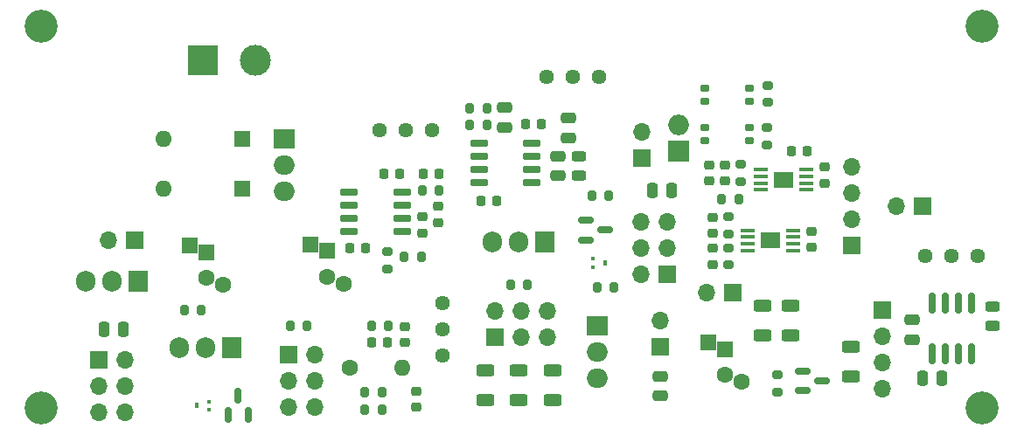
<source format=gts>
%TF.GenerationSoftware,KiCad,Pcbnew,7.0.5-7.0.5~ubuntu23.04.1*%
%TF.CreationDate,2023-07-09T19:19:44+02:00*%
%TF.ProjectId,omega-pico,6f6d6567-612d-4706-9963-6f2e6b696361,rev?*%
%TF.SameCoordinates,Original*%
%TF.FileFunction,Soldermask,Top*%
%TF.FilePolarity,Negative*%
%FSLAX46Y46*%
G04 Gerber Fmt 4.6, Leading zero omitted, Abs format (unit mm)*
G04 Created by KiCad (PCBNEW 7.0.5-7.0.5~ubuntu23.04.1) date 2023-07-09 19:19:44*
%MOMM*%
%LPD*%
G01*
G04 APERTURE LIST*
G04 Aperture macros list*
%AMRoundRect*
0 Rectangle with rounded corners*
0 $1 Rounding radius*
0 $2 $3 $4 $5 $6 $7 $8 $9 X,Y pos of 4 corners*
0 Add a 4 corners polygon primitive as box body*
4,1,4,$2,$3,$4,$5,$6,$7,$8,$9,$2,$3,0*
0 Add four circle primitives for the rounded corners*
1,1,$1+$1,$2,$3*
1,1,$1+$1,$4,$5*
1,1,$1+$1,$6,$7*
1,1,$1+$1,$8,$9*
0 Add four rect primitives between the rounded corners*
20,1,$1+$1,$2,$3,$4,$5,0*
20,1,$1+$1,$4,$5,$6,$7,0*
20,1,$1+$1,$6,$7,$8,$9,0*
20,1,$1+$1,$8,$9,$2,$3,0*%
G04 Aperture macros list end*
%ADD10C,3.200000*%
%ADD11RoundRect,0.250000X-0.625000X0.312500X-0.625000X-0.312500X0.625000X-0.312500X0.625000X0.312500X0*%
%ADD12C,1.440000*%
%ADD13R,1.400000X0.450000*%
%ADD14R,1.890000X1.570000*%
%ADD15O,1.700000X1.700000*%
%ADD16R,1.700000X1.700000*%
%ADD17R,2.000000X2.000000*%
%ADD18O,2.000000X2.000000*%
%ADD19RoundRect,0.250000X0.250000X0.475000X-0.250000X0.475000X-0.250000X-0.475000X0.250000X-0.475000X0*%
%ADD20RoundRect,0.225000X0.225000X0.250000X-0.225000X0.250000X-0.225000X-0.250000X0.225000X-0.250000X0*%
%ADD21R,2.000000X1.905000*%
%ADD22O,2.000000X1.905000*%
%ADD23RoundRect,0.150000X-0.587500X-0.150000X0.587500X-0.150000X0.587500X0.150000X-0.587500X0.150000X0*%
%ADD24RoundRect,0.200000X-0.200000X-0.275000X0.200000X-0.275000X0.200000X0.275000X-0.200000X0.275000X0*%
%ADD25R,3.000000X3.000000*%
%ADD26C,3.000000*%
%ADD27C,1.600000*%
%ADD28O,1.600000X1.600000*%
%ADD29RoundRect,0.200000X0.275000X-0.200000X0.275000X0.200000X-0.275000X0.200000X-0.275000X-0.200000X0*%
%ADD30RoundRect,0.150000X0.150000X-0.587500X0.150000X0.587500X-0.150000X0.587500X-0.150000X-0.587500X0*%
%ADD31RoundRect,0.225000X-0.250000X0.225000X-0.250000X-0.225000X0.250000X-0.225000X0.250000X0.225000X0*%
%ADD32RoundRect,0.243750X0.456250X-0.243750X0.456250X0.243750X-0.456250X0.243750X-0.456250X-0.243750X0*%
%ADD33RoundRect,0.150000X0.725000X0.150000X-0.725000X0.150000X-0.725000X-0.150000X0.725000X-0.150000X0*%
%ADD34RoundRect,0.225000X-0.225000X-0.250000X0.225000X-0.250000X0.225000X0.250000X-0.225000X0.250000X0*%
%ADD35R,1.600000X1.600000*%
%ADD36RoundRect,0.150000X-0.725000X-0.150000X0.725000X-0.150000X0.725000X0.150000X-0.725000X0.150000X0*%
%ADD37RoundRect,0.150000X0.150000X-0.825000X0.150000X0.825000X-0.150000X0.825000X-0.150000X-0.825000X0*%
%ADD38RoundRect,0.200000X0.200000X0.275000X-0.200000X0.275000X-0.200000X-0.275000X0.200000X-0.275000X0*%
%ADD39RoundRect,0.250000X-0.475000X0.250000X-0.475000X-0.250000X0.475000X-0.250000X0.475000X0.250000X0*%
%ADD40RoundRect,0.225000X0.250000X-0.225000X0.250000X0.225000X-0.250000X0.225000X-0.250000X-0.225000X0*%
%ADD41R,1.905000X2.000000*%
%ADD42O,1.905000X2.000000*%
%ADD43RoundRect,0.250000X-0.250000X-0.475000X0.250000X-0.475000X0.250000X0.475000X-0.250000X0.475000X0*%
%ADD44RoundRect,0.175000X0.275000X0.175000X-0.275000X0.175000X-0.275000X-0.175000X0.275000X-0.175000X0*%
%ADD45RoundRect,0.250000X0.475000X-0.250000X0.475000X0.250000X-0.475000X0.250000X-0.475000X-0.250000X0*%
%ADD46R,0.450000X0.400000*%
%ADD47R,0.450000X0.500000*%
%ADD48RoundRect,0.243750X-0.456250X0.243750X-0.456250X-0.243750X0.456250X-0.243750X0.456250X0.243750X0*%
G04 APERTURE END LIST*
D10*
X162687000Y-66742000D03*
X162687000Y-103742000D03*
X71581000Y-103742000D03*
X71581000Y-66742000D03*
D11*
X114578000Y-100072000D03*
X114578000Y-102997000D03*
D12*
X125603000Y-71628000D03*
X123063000Y-71628000D03*
X120523000Y-71628000D03*
D11*
X121158000Y-100072000D03*
X121158000Y-102997000D03*
D13*
X140040000Y-86515000D03*
X140040000Y-87165000D03*
X140040000Y-87815000D03*
X140040000Y-88465000D03*
X144440000Y-88465000D03*
X144440000Y-87815000D03*
X144440000Y-87165000D03*
X144440000Y-86515000D03*
D14*
X142240000Y-87490000D03*
D15*
X79756000Y-104140000D03*
X77216000Y-104140000D03*
X79756000Y-101600000D03*
X77216000Y-101600000D03*
X79756000Y-99060000D03*
D16*
X77216000Y-99060000D03*
D17*
X133350000Y-78867000D03*
D18*
X133350000Y-76327000D03*
D12*
X162254000Y-89027000D03*
X159714000Y-89027000D03*
X157174000Y-89027000D03*
D13*
X141254812Y-80640400D03*
X141254812Y-81290400D03*
X141254812Y-81940400D03*
X141254812Y-82590400D03*
X145654812Y-82590400D03*
X145654812Y-81940400D03*
X145654812Y-81290400D03*
X145654812Y-80640400D03*
D14*
X143454812Y-81615400D03*
D19*
X156911000Y-100838000D03*
X158811000Y-100838000D03*
D16*
X131572000Y-97790000D03*
D15*
X131572000Y-95250000D03*
D20*
X145809000Y-78867000D03*
X144259000Y-78867000D03*
D21*
X95174000Y-77648000D03*
D22*
X95174000Y-80188000D03*
X95174000Y-82728000D03*
D23*
X124363000Y-85537000D03*
X124363000Y-87437000D03*
X126238000Y-86487000D03*
D24*
X85471000Y-94234000D03*
X87121000Y-94234000D03*
D25*
X87300000Y-70028000D03*
D26*
X92380000Y-70028000D03*
D27*
X101473000Y-99822000D03*
D28*
X106553000Y-99822000D03*
D29*
X141859000Y-78218670D03*
X141859000Y-76568670D03*
D30*
X89728000Y-104442500D03*
X91628000Y-104442500D03*
X90678000Y-102567500D03*
D31*
X136652000Y-88252000D03*
X136652000Y-89802000D03*
D32*
X123663000Y-81201500D03*
X123663000Y-79326500D03*
D33*
X106553000Y-86614000D03*
X106553000Y-85344000D03*
X106553000Y-84074000D03*
X106553000Y-82804000D03*
X101403000Y-82804000D03*
X101403000Y-84074000D03*
X101403000Y-85344000D03*
X101403000Y-86614000D03*
D19*
X79563000Y-96139000D03*
X77663000Y-96139000D03*
D11*
X141478000Y-93787500D03*
X141478000Y-96712500D03*
D34*
X108572000Y-81026000D03*
X110122000Y-81026000D03*
D16*
X156972000Y-84201000D03*
D15*
X154432000Y-84201000D03*
D35*
X91110000Y-82474000D03*
D28*
X83490000Y-82474000D03*
D20*
X106312000Y-81026000D03*
X104762000Y-81026000D03*
D36*
X119126000Y-78105000D03*
X119126000Y-79375000D03*
X119126000Y-80645000D03*
X119126000Y-81915000D03*
X113976000Y-81915000D03*
X113976000Y-80645000D03*
X113976000Y-79375000D03*
X113976000Y-78105000D03*
D37*
X157861000Y-98487000D03*
X159131000Y-98487000D03*
X160401000Y-98487000D03*
X161671000Y-98487000D03*
X161671000Y-93537000D03*
X160401000Y-93537000D03*
X159131000Y-93537000D03*
X157861000Y-93537000D03*
D24*
X124905000Y-83185000D03*
X126555000Y-83185000D03*
D31*
X137825812Y-80162400D03*
X137825812Y-81712400D03*
D38*
X139158812Y-83477400D03*
X137508812Y-83477400D03*
D31*
X136652000Y-85237000D03*
X136652000Y-86787000D03*
D39*
X131572000Y-100650000D03*
X131572000Y-102550000D03*
D34*
X101460000Y-88265000D03*
X103010000Y-88265000D03*
D16*
X80645000Y-87503000D03*
D15*
X78105000Y-87503000D03*
X153035000Y-101854000D03*
X153035000Y-99314000D03*
X153035000Y-96774000D03*
D16*
X153035000Y-94234000D03*
D40*
X147447000Y-81928000D03*
X147447000Y-80378000D03*
D34*
X103619000Y-97409000D03*
X105169000Y-97409000D03*
D20*
X120015000Y-76200000D03*
X118465000Y-76200000D03*
D41*
X81026000Y-91440000D03*
D42*
X78486000Y-91440000D03*
X75946000Y-91440000D03*
D21*
X125476000Y-95758000D03*
D22*
X125476000Y-98298000D03*
X125476000Y-100838000D03*
D43*
X130749000Y-82677000D03*
X132649000Y-82677000D03*
D16*
X150114000Y-88011000D03*
D15*
X150114000Y-85471000D03*
X150114000Y-82931000D03*
X150114000Y-80391000D03*
D44*
X140208000Y-74041000D03*
X140208000Y-72771000D03*
X135858000Y-72771000D03*
X135858000Y-74041000D03*
D11*
X149987000Y-97786000D03*
X149987000Y-100711000D03*
D16*
X129794000Y-79502000D03*
D15*
X129794000Y-76962000D03*
D24*
X95695000Y-95758000D03*
X97345000Y-95758000D03*
D11*
X117868000Y-100072000D03*
X117868000Y-102997000D03*
D40*
X146177000Y-88138000D03*
X146177000Y-86588000D03*
D41*
X90043000Y-97917000D03*
D42*
X87503000Y-97917000D03*
X84963000Y-97917000D03*
D45*
X122682000Y-77531000D03*
X122682000Y-75631000D03*
D24*
X108487000Y-82677000D03*
X110137000Y-82677000D03*
D11*
X144145000Y-93787500D03*
X144145000Y-96712500D03*
D38*
X114744000Y-74676000D03*
X113094000Y-74676000D03*
D46*
X87824000Y-103905000D03*
X87824000Y-103105000D03*
D47*
X86674000Y-103505000D03*
D31*
X108550000Y-85204000D03*
X108550000Y-86754000D03*
D29*
X142875000Y-102167000D03*
X142875000Y-100517000D03*
X105156000Y-90233000D03*
X105156000Y-88583000D03*
D46*
X125028000Y-89262000D03*
X125028000Y-90062000D03*
D47*
X126178000Y-89662000D03*
D31*
X136301812Y-80162400D03*
X136301812Y-81712400D03*
D24*
X102934000Y-103886000D03*
X104584000Y-103886000D03*
D39*
X116459000Y-74615000D03*
X116459000Y-76515000D03*
X155956000Y-95189000D03*
X155956000Y-97089000D03*
D16*
X132207000Y-90805000D03*
D15*
X129667000Y-90805000D03*
X132207000Y-88265000D03*
X129667000Y-88265000D03*
X132207000Y-85725000D03*
X129667000Y-85725000D03*
D23*
X145318000Y-100138000D03*
X145318000Y-102038000D03*
X147193000Y-101088000D03*
D44*
X140208000Y-77851000D03*
X140208000Y-76581000D03*
X135858000Y-76581000D03*
X135858000Y-77851000D03*
D40*
X110074000Y-85751000D03*
X110074000Y-84201000D03*
D29*
X138176000Y-89852000D03*
X138176000Y-88202000D03*
D24*
X106744000Y-89033500D03*
X108394000Y-89033500D03*
D35*
X91110000Y-77648000D03*
D28*
X83490000Y-77648000D03*
D24*
X125413000Y-92075000D03*
X127063000Y-92075000D03*
X117031000Y-91821000D03*
X118681000Y-91821000D03*
D38*
X114744000Y-76327000D03*
X113094000Y-76327000D03*
D45*
X121631000Y-81214000D03*
X121631000Y-79314000D03*
D40*
X107950000Y-103645000D03*
X107950000Y-102095000D03*
D29*
X138176000Y-86837000D03*
X138176000Y-85187000D03*
D16*
X95524063Y-98571312D03*
D15*
X98064063Y-98571312D03*
X95524063Y-101111312D03*
X98064063Y-101111312D03*
X95524063Y-103651312D03*
X98064063Y-103651312D03*
D41*
X120396000Y-87630000D03*
D42*
X117856000Y-87630000D03*
X115316000Y-87630000D03*
D38*
X105219000Y-95758000D03*
X103569000Y-95758000D03*
D48*
X163703000Y-93931500D03*
X163703000Y-95806500D03*
D40*
X106807000Y-97409000D03*
X106807000Y-95859000D03*
D24*
X102934000Y-102235000D03*
X104584000Y-102235000D03*
D12*
X110490000Y-98679000D03*
X110490000Y-96139000D03*
X110490000Y-93599000D03*
D16*
X115570000Y-96901000D03*
D15*
X115570000Y-94361000D03*
X118110000Y-96901000D03*
X118110000Y-94361000D03*
X120650000Y-96901000D03*
X120650000Y-94361000D03*
D29*
X139349812Y-81762400D03*
X139349812Y-80112400D03*
D12*
X109474000Y-76835000D03*
X106934000Y-76835000D03*
X104394000Y-76835000D03*
D29*
X141986000Y-74104000D03*
X141986000Y-72454000D03*
D16*
X138557000Y-92583000D03*
D15*
X136017000Y-92583000D03*
D34*
X114160000Y-83693000D03*
X115710000Y-83693000D03*
D35*
X97714000Y-87848063D03*
X99314000Y-88519000D03*
D27*
X99314000Y-91019000D03*
X100914000Y-91689937D03*
D35*
X136195000Y-97373063D03*
X137795000Y-98044000D03*
D27*
X137795000Y-100544000D03*
X139395000Y-101214937D03*
D35*
X86030000Y-87975063D03*
X87630000Y-88646000D03*
D27*
X87630000Y-91146000D03*
X89230000Y-91816937D03*
M02*

</source>
